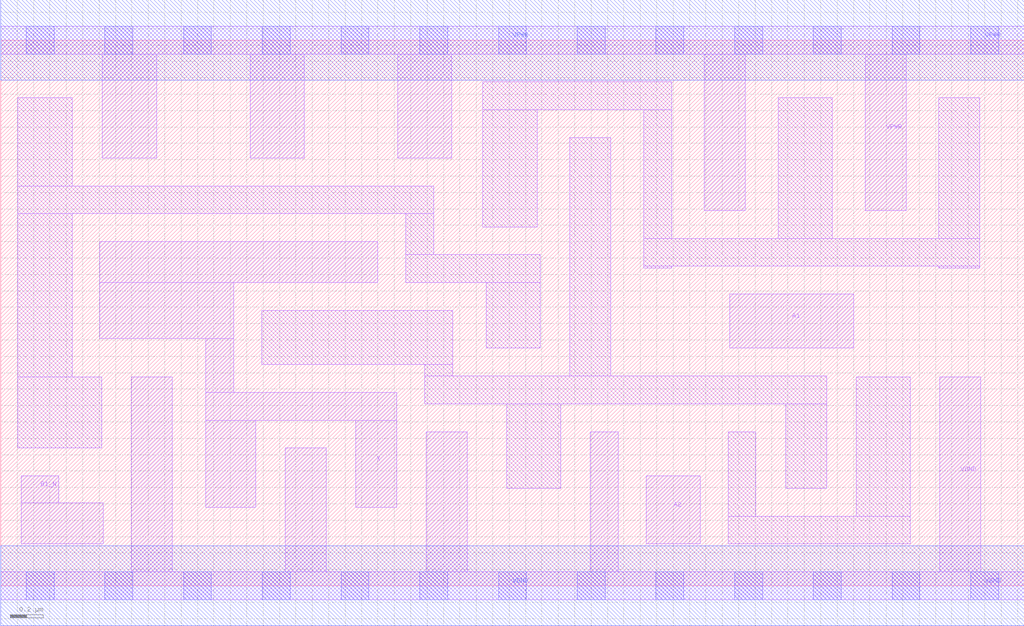
<source format=lef>
# Copyright 2020 The SkyWater PDK Authors
#
# Licensed under the Apache License, Version 2.0 (the "License");
# you may not use this file except in compliance with the License.
# You may obtain a copy of the License at
#
#     https://www.apache.org/licenses/LICENSE-2.0
#
# Unless required by applicable law or agreed to in writing, software
# distributed under the License is distributed on an "AS IS" BASIS,
# WITHOUT WARRANTIES OR CONDITIONS OF ANY KIND, either express or implied.
# See the License for the specific language governing permissions and
# limitations under the License.
#
# SPDX-License-Identifier: Apache-2.0

VERSION 5.7 ;
  NAMESCASESENSITIVE ON ;
  NOWIREEXTENSIONATPIN ON ;
  DIVIDERCHAR "/" ;
  BUSBITCHARS "[]" ;
UNITS
  DATABASE MICRONS 200 ;
END UNITS
MACRO sky130_fd_sc_hs__a21bo_4
  CLASS CORE ;
  SOURCE USER ;
  FOREIGN sky130_fd_sc_hs__a21bo_4 ;
  ORIGIN  0.000000  0.000000 ;
  SIZE  6.240000 BY  3.330000 ;
  SYMMETRY X Y ;
  SITE unit ;
  PIN A1
    ANTENNAGATEAREA  0.492000 ;
    DIRECTION INPUT ;
    USE SIGNAL ;
    PORT
      LAYER li1 ;
        RECT 4.445000 1.450000 5.200000 1.780000 ;
    END
  END A1
  PIN A2
    ANTENNAGATEAREA  0.492000 ;
    DIRECTION INPUT ;
    USE SIGNAL ;
    PORT
      LAYER li1 ;
        RECT 3.935000 0.255000 4.265000 0.670000 ;
    END
  END A2
  PIN B1_N
    ANTENNAGATEAREA  0.246000 ;
    DIRECTION INPUT ;
    USE SIGNAL ;
    PORT
      LAYER li1 ;
        RECT 0.125000 0.255000 0.625000 0.505000 ;
        RECT 0.125000 0.505000 0.355000 0.670000 ;
    END
  END B1_N
  PIN X
    ANTENNADIFFAREA  1.086400 ;
    DIRECTION OUTPUT ;
    USE SIGNAL ;
    PORT
      LAYER li1 ;
        RECT 0.605000 1.510000 1.420000 1.850000 ;
        RECT 0.605000 1.850000 2.300000 2.100000 ;
        RECT 1.250000 0.480000 1.555000 1.010000 ;
        RECT 1.250000 1.010000 2.415000 1.180000 ;
        RECT 1.250000 1.180000 1.420000 1.510000 ;
        RECT 2.165000 0.480000 2.415000 1.010000 ;
    END
  END X
  PIN VGND
    DIRECTION INOUT ;
    USE GROUND ;
    PORT
      LAYER li1 ;
        RECT 0.000000 -0.085000 6.240000 0.085000 ;
        RECT 0.795000  0.085000 1.045000 1.275000 ;
        RECT 1.735000  0.085000 1.985000 0.840000 ;
        RECT 2.595000  0.085000 2.845000 0.940000 ;
        RECT 3.595000  0.085000 3.765000 0.940000 ;
        RECT 5.725000  0.085000 5.975000 1.275000 ;
      LAYER mcon ;
        RECT 0.155000 -0.085000 0.325000 0.085000 ;
        RECT 0.635000 -0.085000 0.805000 0.085000 ;
        RECT 1.115000 -0.085000 1.285000 0.085000 ;
        RECT 1.595000 -0.085000 1.765000 0.085000 ;
        RECT 2.075000 -0.085000 2.245000 0.085000 ;
        RECT 2.555000 -0.085000 2.725000 0.085000 ;
        RECT 3.035000 -0.085000 3.205000 0.085000 ;
        RECT 3.515000 -0.085000 3.685000 0.085000 ;
        RECT 3.995000 -0.085000 4.165000 0.085000 ;
        RECT 4.475000 -0.085000 4.645000 0.085000 ;
        RECT 4.955000 -0.085000 5.125000 0.085000 ;
        RECT 5.435000 -0.085000 5.605000 0.085000 ;
        RECT 5.915000 -0.085000 6.085000 0.085000 ;
      LAYER met1 ;
        RECT 0.000000 -0.245000 6.240000 0.245000 ;
    END
  END VGND
  PIN VPWR
    DIRECTION INOUT ;
    USE POWER ;
    PORT
      LAYER li1 ;
        RECT 0.000000 3.245000 6.240000 3.415000 ;
        RECT 0.620000 2.610000 0.950000 3.245000 ;
        RECT 1.520000 2.610000 1.850000 3.245000 ;
        RECT 2.420000 2.610000 2.750000 3.245000 ;
        RECT 4.290000 2.290000 4.540000 3.245000 ;
        RECT 5.270000 2.290000 5.520000 3.245000 ;
      LAYER mcon ;
        RECT 0.155000 3.245000 0.325000 3.415000 ;
        RECT 0.635000 3.245000 0.805000 3.415000 ;
        RECT 1.115000 3.245000 1.285000 3.415000 ;
        RECT 1.595000 3.245000 1.765000 3.415000 ;
        RECT 2.075000 3.245000 2.245000 3.415000 ;
        RECT 2.555000 3.245000 2.725000 3.415000 ;
        RECT 3.035000 3.245000 3.205000 3.415000 ;
        RECT 3.515000 3.245000 3.685000 3.415000 ;
        RECT 3.995000 3.245000 4.165000 3.415000 ;
        RECT 4.475000 3.245000 4.645000 3.415000 ;
        RECT 4.955000 3.245000 5.125000 3.415000 ;
        RECT 5.435000 3.245000 5.605000 3.415000 ;
        RECT 5.915000 3.245000 6.085000 3.415000 ;
      LAYER met1 ;
        RECT 0.000000 3.085000 6.240000 3.575000 ;
    END
  END VPWR
  OBS
    LAYER li1 ;
      RECT 0.105000 0.840000 0.615000 1.275000 ;
      RECT 0.105000 1.275000 0.435000 2.270000 ;
      RECT 0.105000 2.270000 2.640000 2.440000 ;
      RECT 0.105000 2.440000 0.435000 2.980000 ;
      RECT 1.590000 1.350000 2.755000 1.680000 ;
      RECT 2.470000 1.850000 3.290000 2.020000 ;
      RECT 2.470000 2.020000 2.640000 2.270000 ;
      RECT 2.585000 1.110000 5.035000 1.280000 ;
      RECT 2.585000 1.280000 2.755000 1.350000 ;
      RECT 2.940000 2.190000 3.270000 2.905000 ;
      RECT 2.940000 2.905000 4.090000 3.075000 ;
      RECT 2.960000 1.450000 3.290000 1.850000 ;
      RECT 3.085000 0.595000 3.415000 1.110000 ;
      RECT 3.470000 1.280000 3.720000 2.735000 ;
      RECT 3.920000 1.940000 4.090000 1.950000 ;
      RECT 3.920000 1.950000 5.970000 2.120000 ;
      RECT 3.920000 2.120000 4.090000 2.905000 ;
      RECT 4.435000 0.255000 5.545000 0.425000 ;
      RECT 4.435000 0.425000 4.605000 0.940000 ;
      RECT 4.740000 2.120000 5.070000 2.980000 ;
      RECT 4.785000 0.595000 5.035000 1.110000 ;
      RECT 5.215000 0.425000 5.545000 1.275000 ;
      RECT 5.720000 1.940000 5.970000 1.950000 ;
      RECT 5.720000 2.120000 5.970000 2.980000 ;
  END
END sky130_fd_sc_hs__a21bo_4

</source>
